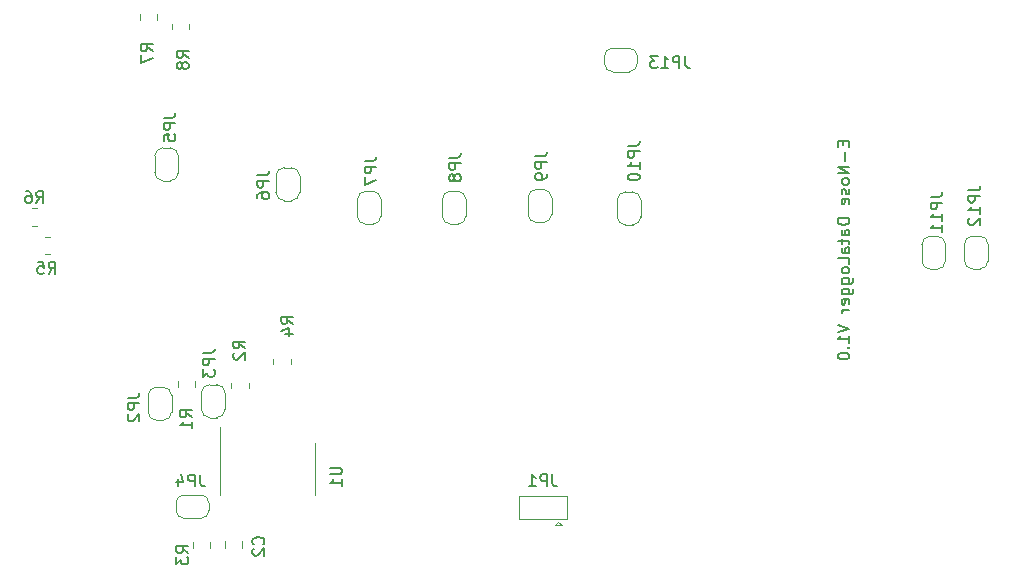
<source format=gbr>
%TF.GenerationSoftware,KiCad,Pcbnew,(5.1.10)-1*%
%TF.CreationDate,2022-02-28T00:28:23+01:00*%
%TF.ProjectId,E-nose,452d6e6f-7365-42e6-9b69-6361645f7063,rev?*%
%TF.SameCoordinates,Original*%
%TF.FileFunction,Legend,Bot*%
%TF.FilePolarity,Positive*%
%FSLAX46Y46*%
G04 Gerber Fmt 4.6, Leading zero omitted, Abs format (unit mm)*
G04 Created by KiCad (PCBNEW (5.1.10)-1) date 2022-02-28 00:28:23*
%MOMM*%
%LPD*%
G01*
G04 APERTURE LIST*
%ADD10C,0.150000*%
%ADD11C,0.120000*%
G04 APERTURE END LIST*
D10*
X174756771Y-74275514D02*
X174756771Y-74608847D01*
X175280580Y-74751704D02*
X175280580Y-74275514D01*
X174280580Y-74275514D01*
X174280580Y-74751704D01*
X174899628Y-75180276D02*
X174899628Y-75942180D01*
X175280580Y-76418371D02*
X174280580Y-76418371D01*
X175280580Y-76989800D01*
X174280580Y-76989800D01*
X175280580Y-77608847D02*
X175232961Y-77513609D01*
X175185342Y-77465990D01*
X175090104Y-77418371D01*
X174804390Y-77418371D01*
X174709152Y-77465990D01*
X174661533Y-77513609D01*
X174613914Y-77608847D01*
X174613914Y-77751704D01*
X174661533Y-77846942D01*
X174709152Y-77894561D01*
X174804390Y-77942180D01*
X175090104Y-77942180D01*
X175185342Y-77894561D01*
X175232961Y-77846942D01*
X175280580Y-77751704D01*
X175280580Y-77608847D01*
X175232961Y-78323133D02*
X175280580Y-78418371D01*
X175280580Y-78608847D01*
X175232961Y-78704085D01*
X175137723Y-78751704D01*
X175090104Y-78751704D01*
X174994866Y-78704085D01*
X174947247Y-78608847D01*
X174947247Y-78465990D01*
X174899628Y-78370752D01*
X174804390Y-78323133D01*
X174756771Y-78323133D01*
X174661533Y-78370752D01*
X174613914Y-78465990D01*
X174613914Y-78608847D01*
X174661533Y-78704085D01*
X175232961Y-79561228D02*
X175280580Y-79465990D01*
X175280580Y-79275514D01*
X175232961Y-79180276D01*
X175137723Y-79132657D01*
X174756771Y-79132657D01*
X174661533Y-79180276D01*
X174613914Y-79275514D01*
X174613914Y-79465990D01*
X174661533Y-79561228D01*
X174756771Y-79608847D01*
X174852009Y-79608847D01*
X174947247Y-79132657D01*
X175280580Y-80799323D02*
X174280580Y-80799323D01*
X174280580Y-81037419D01*
X174328200Y-81180276D01*
X174423438Y-81275514D01*
X174518676Y-81323133D01*
X174709152Y-81370752D01*
X174852009Y-81370752D01*
X175042485Y-81323133D01*
X175137723Y-81275514D01*
X175232961Y-81180276D01*
X175280580Y-81037419D01*
X175280580Y-80799323D01*
X175280580Y-82227895D02*
X174756771Y-82227895D01*
X174661533Y-82180276D01*
X174613914Y-82085038D01*
X174613914Y-81894561D01*
X174661533Y-81799323D01*
X175232961Y-82227895D02*
X175280580Y-82132657D01*
X175280580Y-81894561D01*
X175232961Y-81799323D01*
X175137723Y-81751704D01*
X175042485Y-81751704D01*
X174947247Y-81799323D01*
X174899628Y-81894561D01*
X174899628Y-82132657D01*
X174852009Y-82227895D01*
X174613914Y-82561228D02*
X174613914Y-82942180D01*
X174280580Y-82704085D02*
X175137723Y-82704085D01*
X175232961Y-82751704D01*
X175280580Y-82846942D01*
X175280580Y-82942180D01*
X175280580Y-83704085D02*
X174756771Y-83704085D01*
X174661533Y-83656466D01*
X174613914Y-83561228D01*
X174613914Y-83370752D01*
X174661533Y-83275514D01*
X175232961Y-83704085D02*
X175280580Y-83608847D01*
X175280580Y-83370752D01*
X175232961Y-83275514D01*
X175137723Y-83227895D01*
X175042485Y-83227895D01*
X174947247Y-83275514D01*
X174899628Y-83370752D01*
X174899628Y-83608847D01*
X174852009Y-83704085D01*
X175280580Y-84656466D02*
X175280580Y-84180276D01*
X174280580Y-84180276D01*
X175280580Y-85132657D02*
X175232961Y-85037419D01*
X175185342Y-84989800D01*
X175090104Y-84942180D01*
X174804390Y-84942180D01*
X174709152Y-84989800D01*
X174661533Y-85037419D01*
X174613914Y-85132657D01*
X174613914Y-85275514D01*
X174661533Y-85370752D01*
X174709152Y-85418371D01*
X174804390Y-85465990D01*
X175090104Y-85465990D01*
X175185342Y-85418371D01*
X175232961Y-85370752D01*
X175280580Y-85275514D01*
X175280580Y-85132657D01*
X174613914Y-86323133D02*
X175423438Y-86323133D01*
X175518676Y-86275514D01*
X175566295Y-86227895D01*
X175613914Y-86132657D01*
X175613914Y-85989800D01*
X175566295Y-85894561D01*
X175232961Y-86323133D02*
X175280580Y-86227895D01*
X175280580Y-86037419D01*
X175232961Y-85942180D01*
X175185342Y-85894561D01*
X175090104Y-85846942D01*
X174804390Y-85846942D01*
X174709152Y-85894561D01*
X174661533Y-85942180D01*
X174613914Y-86037419D01*
X174613914Y-86227895D01*
X174661533Y-86323133D01*
X174613914Y-87227895D02*
X175423438Y-87227895D01*
X175518676Y-87180276D01*
X175566295Y-87132657D01*
X175613914Y-87037419D01*
X175613914Y-86894561D01*
X175566295Y-86799323D01*
X175232961Y-87227895D02*
X175280580Y-87132657D01*
X175280580Y-86942180D01*
X175232961Y-86846942D01*
X175185342Y-86799323D01*
X175090104Y-86751704D01*
X174804390Y-86751704D01*
X174709152Y-86799323D01*
X174661533Y-86846942D01*
X174613914Y-86942180D01*
X174613914Y-87132657D01*
X174661533Y-87227895D01*
X175232961Y-88085038D02*
X175280580Y-87989800D01*
X175280580Y-87799323D01*
X175232961Y-87704085D01*
X175137723Y-87656466D01*
X174756771Y-87656466D01*
X174661533Y-87704085D01*
X174613914Y-87799323D01*
X174613914Y-87989800D01*
X174661533Y-88085038D01*
X174756771Y-88132657D01*
X174852009Y-88132657D01*
X174947247Y-87656466D01*
X175280580Y-88561228D02*
X174613914Y-88561228D01*
X174804390Y-88561228D02*
X174709152Y-88608847D01*
X174661533Y-88656466D01*
X174613914Y-88751704D01*
X174613914Y-88846942D01*
X174280580Y-89799323D02*
X175280580Y-90132657D01*
X174280580Y-90465990D01*
X175280580Y-91323133D02*
X175280580Y-90751704D01*
X175280580Y-91037419D02*
X174280580Y-91037419D01*
X174423438Y-90942180D01*
X174518676Y-90846942D01*
X174566295Y-90751704D01*
X175185342Y-91751704D02*
X175232961Y-91799323D01*
X175280580Y-91751704D01*
X175232961Y-91704085D01*
X175185342Y-91751704D01*
X175280580Y-91751704D01*
X174280580Y-92418371D02*
X174280580Y-92513609D01*
X174328200Y-92608847D01*
X174375819Y-92656466D01*
X174471057Y-92704085D01*
X174661533Y-92751704D01*
X174899628Y-92751704D01*
X175090104Y-92704085D01*
X175185342Y-92656466D01*
X175232961Y-92608847D01*
X175280580Y-92513609D01*
X175280580Y-92418371D01*
X175232961Y-92323133D01*
X175185342Y-92275514D01*
X175090104Y-92227895D01*
X174899628Y-92180276D01*
X174661533Y-92180276D01*
X174471057Y-92227895D01*
X174375819Y-92275514D01*
X174328200Y-92323133D01*
X174280580Y-92418371D01*
D11*
%TO.C,JP6*%
X127423900Y-79301800D02*
X128023900Y-79301800D01*
X126723900Y-77201800D02*
X126723900Y-78601800D01*
X128023900Y-76501800D02*
X127423900Y-76501800D01*
X128723900Y-78601800D02*
X128723900Y-77201800D01*
X128023900Y-79301800D02*
G75*
G03*
X128723900Y-78601800I0J700000D01*
G01*
X126723900Y-78601800D02*
G75*
G03*
X127423900Y-79301800I700000J0D01*
G01*
X127423900Y-76501800D02*
G75*
G03*
X126723900Y-77201800I0J-700000D01*
G01*
X128723900Y-77201800D02*
G75*
G03*
X128023900Y-76501800I-700000J0D01*
G01*
%TO.C,JP7*%
X134320000Y-81306100D02*
X134920000Y-81306100D01*
X133620000Y-79206100D02*
X133620000Y-80606100D01*
X134920000Y-78506100D02*
X134320000Y-78506100D01*
X135620000Y-80606100D02*
X135620000Y-79206100D01*
X134920000Y-81306100D02*
G75*
G03*
X135620000Y-80606100I0J700000D01*
G01*
X133620000Y-80606100D02*
G75*
G03*
X134320000Y-81306100I700000J0D01*
G01*
X134320000Y-78506100D02*
G75*
G03*
X133620000Y-79206100I0J-700000D01*
G01*
X135620000Y-79206100D02*
G75*
G03*
X134920000Y-78506100I-700000J0D01*
G01*
%TO.C,JP8*%
X141508200Y-81298000D02*
X142108200Y-81298000D01*
X140808200Y-79198000D02*
X140808200Y-80598000D01*
X142108200Y-78498000D02*
X141508200Y-78498000D01*
X142808200Y-80598000D02*
X142808200Y-79198000D01*
X142108200Y-81298000D02*
G75*
G03*
X142808200Y-80598000I0J700000D01*
G01*
X140808200Y-80598000D02*
G75*
G03*
X141508200Y-81298000I700000J0D01*
G01*
X141508200Y-78498000D02*
G75*
G03*
X140808200Y-79198000I0J-700000D01*
G01*
X142808200Y-79198000D02*
G75*
G03*
X142108200Y-78498000I-700000J0D01*
G01*
%TO.C,JP9*%
X148759900Y-81153700D02*
X149359900Y-81153700D01*
X148059900Y-79053700D02*
X148059900Y-80453700D01*
X149359900Y-78353700D02*
X148759900Y-78353700D01*
X150059900Y-80453700D02*
X150059900Y-79053700D01*
X149359900Y-81153700D02*
G75*
G03*
X150059900Y-80453700I0J700000D01*
G01*
X148059900Y-80453700D02*
G75*
G03*
X148759900Y-81153700I700000J0D01*
G01*
X148759900Y-78353700D02*
G75*
G03*
X148059900Y-79053700I0J-700000D01*
G01*
X150059900Y-79053700D02*
G75*
G03*
X149359900Y-78353700I-700000J0D01*
G01*
%TO.C,JP10*%
X156316400Y-81356900D02*
X156916400Y-81356900D01*
X155616400Y-79256900D02*
X155616400Y-80656900D01*
X156916400Y-78556900D02*
X156316400Y-78556900D01*
X157616400Y-80656900D02*
X157616400Y-79256900D01*
X156916400Y-81356900D02*
G75*
G03*
X157616400Y-80656900I0J700000D01*
G01*
X155616400Y-80656900D02*
G75*
G03*
X156316400Y-81356900I700000J0D01*
G01*
X156316400Y-78556900D02*
G75*
G03*
X155616400Y-79256900I0J-700000D01*
G01*
X157616400Y-79256900D02*
G75*
G03*
X156916400Y-78556900I-700000J0D01*
G01*
%TO.C,JP11*%
X182110100Y-85108000D02*
X182710100Y-85108000D01*
X181410100Y-83008000D02*
X181410100Y-84408000D01*
X182710100Y-82308000D02*
X182110100Y-82308000D01*
X183410100Y-84408000D02*
X183410100Y-83008000D01*
X182710100Y-85108000D02*
G75*
G03*
X183410100Y-84408000I0J700000D01*
G01*
X181410100Y-84408000D02*
G75*
G03*
X182110100Y-85108000I700000J0D01*
G01*
X182110100Y-82308000D02*
G75*
G03*
X181410100Y-83008000I0J-700000D01*
G01*
X183410100Y-83008000D02*
G75*
G03*
X182710100Y-82308000I-700000J0D01*
G01*
%TO.C,R1*%
X118403700Y-95045264D02*
X118403700Y-94591136D01*
X119873700Y-95045264D02*
X119873700Y-94591136D01*
%TO.C,R2*%
X124407600Y-95172264D02*
X124407600Y-94718136D01*
X122937600Y-95172264D02*
X122937600Y-94718136D01*
%TO.C,R3*%
X121131000Y-108227636D02*
X121131000Y-108681764D01*
X119661000Y-108227636D02*
X119661000Y-108681764D01*
%TO.C,R4*%
X127963600Y-93143564D02*
X127963600Y-92689436D01*
X126493600Y-93143564D02*
X126493600Y-92689436D01*
%TO.C,U1*%
X121949000Y-102031800D02*
X121949000Y-98431800D01*
X121949000Y-102031800D02*
X121949000Y-104231800D01*
X130019000Y-102031800D02*
X130019000Y-99831800D01*
X130019000Y-102031800D02*
X130019000Y-104231800D01*
%TO.C,JP1*%
X151368500Y-104283000D02*
X147268500Y-104283000D01*
X147268500Y-104283000D02*
X147268500Y-106283000D01*
X147268500Y-106283000D02*
X151368500Y-106283000D01*
X151368500Y-106283000D02*
X151368500Y-104283000D01*
X150618500Y-106483000D02*
X150918500Y-106783000D01*
X150918500Y-106783000D02*
X150318500Y-106783000D01*
X150618500Y-106483000D02*
X150318500Y-106783000D01*
%TO.C,JP3*%
X121112000Y-97678700D02*
X121712000Y-97678700D01*
X120412000Y-95578700D02*
X120412000Y-96978700D01*
X121712000Y-94878700D02*
X121112000Y-94878700D01*
X122412000Y-96978700D02*
X122412000Y-95578700D01*
X121712000Y-97678700D02*
G75*
G03*
X122412000Y-96978700I0J700000D01*
G01*
X120412000Y-96978700D02*
G75*
G03*
X121112000Y-97678700I700000J0D01*
G01*
X121112000Y-94878700D02*
G75*
G03*
X120412000Y-95578700I0J-700000D01*
G01*
X122412000Y-95578700D02*
G75*
G03*
X121712000Y-94878700I-700000J0D01*
G01*
%TO.C,JP4*%
X118957100Y-106206800D02*
X120357100Y-106206800D01*
X121057100Y-105506800D02*
X121057100Y-104906800D01*
X120357100Y-104206800D02*
X118957100Y-104206800D01*
X118257100Y-104906800D02*
X118257100Y-105506800D01*
X120357100Y-106206800D02*
G75*
G03*
X121057100Y-105506800I0J700000D01*
G01*
X121057100Y-104906800D02*
G75*
G03*
X120357100Y-104206800I-700000J0D01*
G01*
X118957100Y-104206800D02*
G75*
G03*
X118257100Y-104906800I0J-700000D01*
G01*
X118257100Y-105506800D02*
G75*
G03*
X118957100Y-106206800I700000J0D01*
G01*
%TO.C,JP2*%
X115890800Y-95792300D02*
X115890800Y-97192300D01*
X116590800Y-97892300D02*
X117190800Y-97892300D01*
X117890800Y-97192300D02*
X117890800Y-95792300D01*
X117190800Y-95092300D02*
X116590800Y-95092300D01*
X115890800Y-97192300D02*
G75*
G03*
X116590800Y-97892300I700000J0D01*
G01*
X117190800Y-97892300D02*
G75*
G03*
X117890800Y-97192300I0J700000D01*
G01*
X117890800Y-95792300D02*
G75*
G03*
X117190800Y-95092300I-700000J0D01*
G01*
X116590800Y-95092300D02*
G75*
G03*
X115890800Y-95792300I0J-700000D01*
G01*
%TO.C,R5*%
X107621564Y-83843800D02*
X107167436Y-83843800D01*
X107621564Y-82373800D02*
X107167436Y-82373800D01*
%TO.C,R6*%
X106491264Y-79960800D02*
X106037136Y-79960800D01*
X106491264Y-81430800D02*
X106037136Y-81430800D01*
%TO.C,C2*%
X123886900Y-108158648D02*
X123886900Y-108681152D01*
X122416900Y-108158648D02*
X122416900Y-108681152D01*
%TO.C,JP5*%
X117162300Y-77627700D02*
X117762300Y-77627700D01*
X116462300Y-75527700D02*
X116462300Y-76927700D01*
X117762300Y-74827700D02*
X117162300Y-74827700D01*
X118462300Y-76927700D02*
X118462300Y-75527700D01*
X118462300Y-75527700D02*
G75*
G03*
X117762300Y-74827700I-700000J0D01*
G01*
X117162300Y-74827700D02*
G75*
G03*
X116462300Y-75527700I0J-700000D01*
G01*
X116462300Y-76927700D02*
G75*
G03*
X117162300Y-77627700I700000J0D01*
G01*
X117762300Y-77627700D02*
G75*
G03*
X118462300Y-76927700I0J700000D01*
G01*
%TO.C,JP13*%
X154528300Y-67086200D02*
X154528300Y-67686200D01*
X156628300Y-66386200D02*
X155228300Y-66386200D01*
X157328300Y-67686200D02*
X157328300Y-67086200D01*
X155228300Y-68386200D02*
X156628300Y-68386200D01*
X156628300Y-68386200D02*
G75*
G03*
X157328300Y-67686200I0J700000D01*
G01*
X157328300Y-67086200D02*
G75*
G03*
X156628300Y-66386200I-700000J0D01*
G01*
X155228300Y-66386200D02*
G75*
G03*
X154528300Y-67086200I0J-700000D01*
G01*
X154528300Y-67686200D02*
G75*
G03*
X155228300Y-68386200I700000J0D01*
G01*
%TO.C,JP12*%
X187016900Y-84393000D02*
X187016900Y-82993000D01*
X186316900Y-82293000D02*
X185716900Y-82293000D01*
X185016900Y-82993000D02*
X185016900Y-84393000D01*
X185716900Y-85093000D02*
X186316900Y-85093000D01*
X187016900Y-82993000D02*
G75*
G03*
X186316900Y-82293000I-700000J0D01*
G01*
X185716900Y-82293000D02*
G75*
G03*
X185016900Y-82993000I0J-700000D01*
G01*
X185016900Y-84393000D02*
G75*
G03*
X185716900Y-85093000I700000J0D01*
G01*
X186316900Y-85093000D02*
G75*
G03*
X187016900Y-84393000I0J700000D01*
G01*
%TO.C,R7*%
X116673300Y-63539636D02*
X116673300Y-63993764D01*
X115203300Y-63539636D02*
X115203300Y-63993764D01*
%TO.C,R8*%
X117908400Y-64314336D02*
X117908400Y-64768464D01*
X119378400Y-64314336D02*
X119378400Y-64768464D01*
%TO.C,JP6*%
D10*
X125144280Y-77144666D02*
X125858566Y-77144666D01*
X126001423Y-77097047D01*
X126096661Y-77001809D01*
X126144280Y-76858952D01*
X126144280Y-76763714D01*
X126144280Y-77620857D02*
X125144280Y-77620857D01*
X125144280Y-78001809D01*
X125191900Y-78097047D01*
X125239519Y-78144666D01*
X125334757Y-78192285D01*
X125477614Y-78192285D01*
X125572852Y-78144666D01*
X125620471Y-78097047D01*
X125668090Y-78001809D01*
X125668090Y-77620857D01*
X125144280Y-79049428D02*
X125144280Y-78858952D01*
X125191900Y-78763714D01*
X125239519Y-78716095D01*
X125382376Y-78620857D01*
X125572852Y-78573238D01*
X125953804Y-78573238D01*
X126049042Y-78620857D01*
X126096661Y-78668476D01*
X126144280Y-78763714D01*
X126144280Y-78954190D01*
X126096661Y-79049428D01*
X126049042Y-79097047D01*
X125953804Y-79144666D01*
X125715709Y-79144666D01*
X125620471Y-79097047D01*
X125572852Y-79049428D01*
X125525233Y-78954190D01*
X125525233Y-78763714D01*
X125572852Y-78668476D01*
X125620471Y-78620857D01*
X125715709Y-78573238D01*
%TO.C,JP7*%
X134237480Y-75950866D02*
X134951766Y-75950866D01*
X135094623Y-75903247D01*
X135189861Y-75808009D01*
X135237480Y-75665152D01*
X135237480Y-75569914D01*
X135237480Y-76427057D02*
X134237480Y-76427057D01*
X134237480Y-76808009D01*
X134285100Y-76903247D01*
X134332719Y-76950866D01*
X134427957Y-76998485D01*
X134570814Y-76998485D01*
X134666052Y-76950866D01*
X134713671Y-76903247D01*
X134761290Y-76808009D01*
X134761290Y-76427057D01*
X134237480Y-77331819D02*
X134237480Y-77998485D01*
X135237480Y-77569914D01*
%TO.C,JP8*%
X141374880Y-75658766D02*
X142089166Y-75658766D01*
X142232023Y-75611147D01*
X142327261Y-75515909D01*
X142374880Y-75373052D01*
X142374880Y-75277814D01*
X142374880Y-76134957D02*
X141374880Y-76134957D01*
X141374880Y-76515909D01*
X141422500Y-76611147D01*
X141470119Y-76658766D01*
X141565357Y-76706385D01*
X141708214Y-76706385D01*
X141803452Y-76658766D01*
X141851071Y-76611147D01*
X141898690Y-76515909D01*
X141898690Y-76134957D01*
X141803452Y-77277814D02*
X141755833Y-77182576D01*
X141708214Y-77134957D01*
X141612976Y-77087338D01*
X141565357Y-77087338D01*
X141470119Y-77134957D01*
X141422500Y-77182576D01*
X141374880Y-77277814D01*
X141374880Y-77468290D01*
X141422500Y-77563528D01*
X141470119Y-77611147D01*
X141565357Y-77658766D01*
X141612976Y-77658766D01*
X141708214Y-77611147D01*
X141755833Y-77563528D01*
X141803452Y-77468290D01*
X141803452Y-77277814D01*
X141851071Y-77182576D01*
X141898690Y-77134957D01*
X141993928Y-77087338D01*
X142184404Y-77087338D01*
X142279642Y-77134957D01*
X142327261Y-77182576D01*
X142374880Y-77277814D01*
X142374880Y-77468290D01*
X142327261Y-77563528D01*
X142279642Y-77611147D01*
X142184404Y-77658766D01*
X141993928Y-77658766D01*
X141898690Y-77611147D01*
X141851071Y-77563528D01*
X141803452Y-77468290D01*
%TO.C,JP9*%
X148664680Y-75557166D02*
X149378966Y-75557166D01*
X149521823Y-75509547D01*
X149617061Y-75414309D01*
X149664680Y-75271452D01*
X149664680Y-75176214D01*
X149664680Y-76033357D02*
X148664680Y-76033357D01*
X148664680Y-76414309D01*
X148712300Y-76509547D01*
X148759919Y-76557166D01*
X148855157Y-76604785D01*
X148998014Y-76604785D01*
X149093252Y-76557166D01*
X149140871Y-76509547D01*
X149188490Y-76414309D01*
X149188490Y-76033357D01*
X149664680Y-77080976D02*
X149664680Y-77271452D01*
X149617061Y-77366690D01*
X149569442Y-77414309D01*
X149426585Y-77509547D01*
X149236109Y-77557166D01*
X148855157Y-77557166D01*
X148759919Y-77509547D01*
X148712300Y-77461928D01*
X148664680Y-77366690D01*
X148664680Y-77176214D01*
X148712300Y-77080976D01*
X148759919Y-77033357D01*
X148855157Y-76985738D01*
X149093252Y-76985738D01*
X149188490Y-77033357D01*
X149236109Y-77080976D01*
X149283728Y-77176214D01*
X149283728Y-77366690D01*
X149236109Y-77461928D01*
X149188490Y-77509547D01*
X149093252Y-77557166D01*
%TO.C,JP10*%
X156513280Y-74636476D02*
X157227566Y-74636476D01*
X157370423Y-74588857D01*
X157465661Y-74493619D01*
X157513280Y-74350761D01*
X157513280Y-74255523D01*
X157513280Y-75112666D02*
X156513280Y-75112666D01*
X156513280Y-75493619D01*
X156560900Y-75588857D01*
X156608519Y-75636476D01*
X156703757Y-75684095D01*
X156846614Y-75684095D01*
X156941852Y-75636476D01*
X156989471Y-75588857D01*
X157037090Y-75493619D01*
X157037090Y-75112666D01*
X157513280Y-76636476D02*
X157513280Y-76065047D01*
X157513280Y-76350761D02*
X156513280Y-76350761D01*
X156656138Y-76255523D01*
X156751376Y-76160285D01*
X156798995Y-76065047D01*
X156513280Y-77255523D02*
X156513280Y-77350761D01*
X156560900Y-77446000D01*
X156608519Y-77493619D01*
X156703757Y-77541238D01*
X156894233Y-77588857D01*
X157132328Y-77588857D01*
X157322804Y-77541238D01*
X157418042Y-77493619D01*
X157465661Y-77446000D01*
X157513280Y-77350761D01*
X157513280Y-77255523D01*
X157465661Y-77160285D01*
X157418042Y-77112666D01*
X157322804Y-77065047D01*
X157132328Y-77017428D01*
X156894233Y-77017428D01*
X156703757Y-77065047D01*
X156608519Y-77112666D01*
X156560900Y-77160285D01*
X156513280Y-77255523D01*
%TO.C,JP11*%
X182154580Y-78992576D02*
X182868866Y-78992576D01*
X183011723Y-78944957D01*
X183106961Y-78849719D01*
X183154580Y-78706861D01*
X183154580Y-78611623D01*
X183154580Y-79468766D02*
X182154580Y-79468766D01*
X182154580Y-79849719D01*
X182202200Y-79944957D01*
X182249819Y-79992576D01*
X182345057Y-80040195D01*
X182487914Y-80040195D01*
X182583152Y-79992576D01*
X182630771Y-79944957D01*
X182678390Y-79849719D01*
X182678390Y-79468766D01*
X183154580Y-80992576D02*
X183154580Y-80421147D01*
X183154580Y-80706861D02*
X182154580Y-80706861D01*
X182297438Y-80611623D01*
X182392676Y-80516385D01*
X182440295Y-80421147D01*
X183154580Y-81944957D02*
X183154580Y-81373528D01*
X183154580Y-81659242D02*
X182154580Y-81659242D01*
X182297438Y-81564004D01*
X182392676Y-81468766D01*
X182440295Y-81373528D01*
%TO.C,R1*%
X119591080Y-97636033D02*
X119114890Y-97302700D01*
X119591080Y-97064604D02*
X118591080Y-97064604D01*
X118591080Y-97445557D01*
X118638700Y-97540795D01*
X118686319Y-97588414D01*
X118781557Y-97636033D01*
X118924414Y-97636033D01*
X119019652Y-97588414D01*
X119067271Y-97540795D01*
X119114890Y-97445557D01*
X119114890Y-97064604D01*
X119591080Y-98588414D02*
X119591080Y-98016985D01*
X119591080Y-98302700D02*
X118591080Y-98302700D01*
X118733938Y-98207461D01*
X118829176Y-98112223D01*
X118876795Y-98016985D01*
%TO.C,R2*%
X124112280Y-91806733D02*
X123636090Y-91473400D01*
X124112280Y-91235304D02*
X123112280Y-91235304D01*
X123112280Y-91616257D01*
X123159900Y-91711495D01*
X123207519Y-91759114D01*
X123302757Y-91806733D01*
X123445614Y-91806733D01*
X123540852Y-91759114D01*
X123588471Y-91711495D01*
X123636090Y-91616257D01*
X123636090Y-91235304D01*
X123207519Y-92187685D02*
X123159900Y-92235304D01*
X123112280Y-92330542D01*
X123112280Y-92568638D01*
X123159900Y-92663876D01*
X123207519Y-92711495D01*
X123302757Y-92759114D01*
X123397995Y-92759114D01*
X123540852Y-92711495D01*
X124112280Y-92140066D01*
X124112280Y-92759114D01*
%TO.C,R3*%
X119298980Y-109142233D02*
X118822790Y-108808900D01*
X119298980Y-108570804D02*
X118298980Y-108570804D01*
X118298980Y-108951757D01*
X118346600Y-109046995D01*
X118394219Y-109094614D01*
X118489457Y-109142233D01*
X118632314Y-109142233D01*
X118727552Y-109094614D01*
X118775171Y-109046995D01*
X118822790Y-108951757D01*
X118822790Y-108570804D01*
X118298980Y-109475566D02*
X118298980Y-110094614D01*
X118679933Y-109761280D01*
X118679933Y-109904138D01*
X118727552Y-109999376D01*
X118775171Y-110046995D01*
X118870409Y-110094614D01*
X119108504Y-110094614D01*
X119203742Y-110046995D01*
X119251361Y-109999376D01*
X119298980Y-109904138D01*
X119298980Y-109618423D01*
X119251361Y-109523185D01*
X119203742Y-109475566D01*
%TO.C,R4*%
X128163580Y-89723933D02*
X127687390Y-89390600D01*
X128163580Y-89152504D02*
X127163580Y-89152504D01*
X127163580Y-89533457D01*
X127211200Y-89628695D01*
X127258819Y-89676314D01*
X127354057Y-89723933D01*
X127496914Y-89723933D01*
X127592152Y-89676314D01*
X127639771Y-89628695D01*
X127687390Y-89533457D01*
X127687390Y-89152504D01*
X127496914Y-90581076D02*
X128163580Y-90581076D01*
X127115961Y-90342980D02*
X127830247Y-90104885D01*
X127830247Y-90723933D01*
%TO.C,U1*%
X131291080Y-101904895D02*
X132100604Y-101904895D01*
X132195842Y-101952514D01*
X132243461Y-102000133D01*
X132291080Y-102095371D01*
X132291080Y-102285847D01*
X132243461Y-102381085D01*
X132195842Y-102428704D01*
X132100604Y-102476323D01*
X131291080Y-102476323D01*
X132291080Y-103476323D02*
X132291080Y-102904895D01*
X132291080Y-103190609D02*
X131291080Y-103190609D01*
X131433938Y-103095371D01*
X131529176Y-103000133D01*
X131576795Y-102904895D01*
%TO.C,JP1*%
X150134533Y-102487480D02*
X150134533Y-103201766D01*
X150182152Y-103344623D01*
X150277390Y-103439861D01*
X150420247Y-103487480D01*
X150515485Y-103487480D01*
X149658342Y-103487480D02*
X149658342Y-102487480D01*
X149277390Y-102487480D01*
X149182152Y-102535100D01*
X149134533Y-102582719D01*
X149086914Y-102677957D01*
X149086914Y-102820814D01*
X149134533Y-102916052D01*
X149182152Y-102963671D01*
X149277390Y-103011290D01*
X149658342Y-103011290D01*
X148134533Y-103487480D02*
X148705961Y-103487480D01*
X148420247Y-103487480D02*
X148420247Y-102487480D01*
X148515485Y-102630338D01*
X148610723Y-102725576D01*
X148705961Y-102773195D01*
%TO.C,JP3*%
X120534180Y-92206866D02*
X121248466Y-92206866D01*
X121391323Y-92159247D01*
X121486561Y-92064009D01*
X121534180Y-91921152D01*
X121534180Y-91825914D01*
X121534180Y-92683057D02*
X120534180Y-92683057D01*
X120534180Y-93064009D01*
X120581800Y-93159247D01*
X120629419Y-93206866D01*
X120724657Y-93254485D01*
X120867514Y-93254485D01*
X120962752Y-93206866D01*
X121010371Y-93159247D01*
X121057990Y-93064009D01*
X121057990Y-92683057D01*
X120534180Y-93587819D02*
X120534180Y-94206866D01*
X120915133Y-93873533D01*
X120915133Y-94016390D01*
X120962752Y-94111628D01*
X121010371Y-94159247D01*
X121105609Y-94206866D01*
X121343704Y-94206866D01*
X121438942Y-94159247D01*
X121486561Y-94111628D01*
X121534180Y-94016390D01*
X121534180Y-93730676D01*
X121486561Y-93635438D01*
X121438942Y-93587819D01*
%TO.C,JP4*%
X120314933Y-102500180D02*
X120314933Y-103214466D01*
X120362552Y-103357323D01*
X120457790Y-103452561D01*
X120600647Y-103500180D01*
X120695885Y-103500180D01*
X119838742Y-103500180D02*
X119838742Y-102500180D01*
X119457790Y-102500180D01*
X119362552Y-102547800D01*
X119314933Y-102595419D01*
X119267314Y-102690657D01*
X119267314Y-102833514D01*
X119314933Y-102928752D01*
X119362552Y-102976371D01*
X119457790Y-103023990D01*
X119838742Y-103023990D01*
X118410171Y-102833514D02*
X118410171Y-103500180D01*
X118648266Y-102452561D02*
X118886361Y-103166847D01*
X118267314Y-103166847D01*
%TO.C,JP2*%
X114171480Y-95978766D02*
X114885766Y-95978766D01*
X115028623Y-95931147D01*
X115123861Y-95835909D01*
X115171480Y-95693052D01*
X115171480Y-95597814D01*
X115171480Y-96454957D02*
X114171480Y-96454957D01*
X114171480Y-96835909D01*
X114219100Y-96931147D01*
X114266719Y-96978766D01*
X114361957Y-97026385D01*
X114504814Y-97026385D01*
X114600052Y-96978766D01*
X114647671Y-96931147D01*
X114695290Y-96835909D01*
X114695290Y-96454957D01*
X114266719Y-97407338D02*
X114219100Y-97454957D01*
X114171480Y-97550195D01*
X114171480Y-97788290D01*
X114219100Y-97883528D01*
X114266719Y-97931147D01*
X114361957Y-97978766D01*
X114457195Y-97978766D01*
X114600052Y-97931147D01*
X115171480Y-97359719D01*
X115171480Y-97978766D01*
%TO.C,R5*%
X107468966Y-85491580D02*
X107802300Y-85015390D01*
X108040395Y-85491580D02*
X108040395Y-84491580D01*
X107659442Y-84491580D01*
X107564204Y-84539200D01*
X107516585Y-84586819D01*
X107468966Y-84682057D01*
X107468966Y-84824914D01*
X107516585Y-84920152D01*
X107564204Y-84967771D01*
X107659442Y-85015390D01*
X108040395Y-85015390D01*
X106564204Y-84491580D02*
X107040395Y-84491580D01*
X107088014Y-84967771D01*
X107040395Y-84920152D01*
X106945157Y-84872533D01*
X106707061Y-84872533D01*
X106611823Y-84920152D01*
X106564204Y-84967771D01*
X106516585Y-85063009D01*
X106516585Y-85301104D01*
X106564204Y-85396342D01*
X106611823Y-85443961D01*
X106707061Y-85491580D01*
X106945157Y-85491580D01*
X107040395Y-85443961D01*
X107088014Y-85396342D01*
%TO.C,R6*%
X106430866Y-79498180D02*
X106764200Y-79021990D01*
X107002295Y-79498180D02*
X107002295Y-78498180D01*
X106621342Y-78498180D01*
X106526104Y-78545800D01*
X106478485Y-78593419D01*
X106430866Y-78688657D01*
X106430866Y-78831514D01*
X106478485Y-78926752D01*
X106526104Y-78974371D01*
X106621342Y-79021990D01*
X107002295Y-79021990D01*
X105573723Y-78498180D02*
X105764200Y-78498180D01*
X105859438Y-78545800D01*
X105907057Y-78593419D01*
X106002295Y-78736276D01*
X106049914Y-78926752D01*
X106049914Y-79307704D01*
X106002295Y-79402942D01*
X105954676Y-79450561D01*
X105859438Y-79498180D01*
X105668961Y-79498180D01*
X105573723Y-79450561D01*
X105526104Y-79402942D01*
X105478485Y-79307704D01*
X105478485Y-79069609D01*
X105526104Y-78974371D01*
X105573723Y-78926752D01*
X105668961Y-78879133D01*
X105859438Y-78879133D01*
X105954676Y-78926752D01*
X106002295Y-78974371D01*
X106049914Y-79069609D01*
%TO.C,C2*%
X125642642Y-108405633D02*
X125690261Y-108358014D01*
X125737880Y-108215157D01*
X125737880Y-108119919D01*
X125690261Y-107977061D01*
X125595023Y-107881823D01*
X125499785Y-107834204D01*
X125309309Y-107786585D01*
X125166452Y-107786585D01*
X124975976Y-107834204D01*
X124880738Y-107881823D01*
X124785500Y-107977061D01*
X124737880Y-108119919D01*
X124737880Y-108215157D01*
X124785500Y-108358014D01*
X124833119Y-108405633D01*
X124833119Y-108786585D02*
X124785500Y-108834204D01*
X124737880Y-108929442D01*
X124737880Y-109167538D01*
X124785500Y-109262776D01*
X124833119Y-109310395D01*
X124928357Y-109358014D01*
X125023595Y-109358014D01*
X125166452Y-109310395D01*
X125737880Y-108738966D01*
X125737880Y-109358014D01*
%TO.C,JP5*%
X117219480Y-72267866D02*
X117933766Y-72267866D01*
X118076623Y-72220247D01*
X118171861Y-72125009D01*
X118219480Y-71982152D01*
X118219480Y-71886914D01*
X118219480Y-72744057D02*
X117219480Y-72744057D01*
X117219480Y-73125009D01*
X117267100Y-73220247D01*
X117314719Y-73267866D01*
X117409957Y-73315485D01*
X117552814Y-73315485D01*
X117648052Y-73267866D01*
X117695671Y-73220247D01*
X117743290Y-73125009D01*
X117743290Y-72744057D01*
X117219480Y-74220247D02*
X117219480Y-73744057D01*
X117695671Y-73696438D01*
X117648052Y-73744057D01*
X117600433Y-73839295D01*
X117600433Y-74077390D01*
X117648052Y-74172628D01*
X117695671Y-74220247D01*
X117790909Y-74267866D01*
X118029004Y-74267866D01*
X118124242Y-74220247D01*
X118171861Y-74172628D01*
X118219480Y-74077390D01*
X118219480Y-73839295D01*
X118171861Y-73744057D01*
X118124242Y-73696438D01*
%TO.C,JP13*%
X161367623Y-67067180D02*
X161367623Y-67781466D01*
X161415242Y-67924323D01*
X161510480Y-68019561D01*
X161653338Y-68067180D01*
X161748576Y-68067180D01*
X160891433Y-68067180D02*
X160891433Y-67067180D01*
X160510480Y-67067180D01*
X160415242Y-67114800D01*
X160367623Y-67162419D01*
X160320004Y-67257657D01*
X160320004Y-67400514D01*
X160367623Y-67495752D01*
X160415242Y-67543371D01*
X160510480Y-67590990D01*
X160891433Y-67590990D01*
X159367623Y-68067180D02*
X159939052Y-68067180D01*
X159653338Y-68067180D02*
X159653338Y-67067180D01*
X159748576Y-67210038D01*
X159843814Y-67305276D01*
X159939052Y-67352895D01*
X159034290Y-67067180D02*
X158415242Y-67067180D01*
X158748576Y-67448133D01*
X158605719Y-67448133D01*
X158510480Y-67495752D01*
X158462861Y-67543371D01*
X158415242Y-67638609D01*
X158415242Y-67876704D01*
X158462861Y-67971942D01*
X158510480Y-68019561D01*
X158605719Y-68067180D01*
X158891433Y-68067180D01*
X158986671Y-68019561D01*
X159034290Y-67971942D01*
%TO.C,JP12*%
X185354980Y-78421076D02*
X186069266Y-78421076D01*
X186212123Y-78373457D01*
X186307361Y-78278219D01*
X186354980Y-78135361D01*
X186354980Y-78040123D01*
X186354980Y-78897266D02*
X185354980Y-78897266D01*
X185354980Y-79278219D01*
X185402600Y-79373457D01*
X185450219Y-79421076D01*
X185545457Y-79468695D01*
X185688314Y-79468695D01*
X185783552Y-79421076D01*
X185831171Y-79373457D01*
X185878790Y-79278219D01*
X185878790Y-78897266D01*
X186354980Y-80421076D02*
X186354980Y-79849647D01*
X186354980Y-80135361D02*
X185354980Y-80135361D01*
X185497838Y-80040123D01*
X185593076Y-79944885D01*
X185640695Y-79849647D01*
X185450219Y-80802028D02*
X185402600Y-80849647D01*
X185354980Y-80944885D01*
X185354980Y-81182980D01*
X185402600Y-81278219D01*
X185450219Y-81325838D01*
X185545457Y-81373457D01*
X185640695Y-81373457D01*
X185783552Y-81325838D01*
X186354980Y-80754409D01*
X186354980Y-81373457D01*
%TO.C,R7*%
X116276380Y-66648033D02*
X115800190Y-66314700D01*
X116276380Y-66076604D02*
X115276380Y-66076604D01*
X115276380Y-66457557D01*
X115324000Y-66552795D01*
X115371619Y-66600414D01*
X115466857Y-66648033D01*
X115609714Y-66648033D01*
X115704952Y-66600414D01*
X115752571Y-66552795D01*
X115800190Y-66457557D01*
X115800190Y-66076604D01*
X115276380Y-66981366D02*
X115276380Y-67648033D01*
X116276380Y-67219461D01*
%TO.C,R8*%
X119324380Y-67206833D02*
X118848190Y-66873500D01*
X119324380Y-66635404D02*
X118324380Y-66635404D01*
X118324380Y-67016357D01*
X118372000Y-67111595D01*
X118419619Y-67159214D01*
X118514857Y-67206833D01*
X118657714Y-67206833D01*
X118752952Y-67159214D01*
X118800571Y-67111595D01*
X118848190Y-67016357D01*
X118848190Y-66635404D01*
X118752952Y-67778261D02*
X118705333Y-67683023D01*
X118657714Y-67635404D01*
X118562476Y-67587785D01*
X118514857Y-67587785D01*
X118419619Y-67635404D01*
X118372000Y-67683023D01*
X118324380Y-67778261D01*
X118324380Y-67968738D01*
X118372000Y-68063976D01*
X118419619Y-68111595D01*
X118514857Y-68159214D01*
X118562476Y-68159214D01*
X118657714Y-68111595D01*
X118705333Y-68063976D01*
X118752952Y-67968738D01*
X118752952Y-67778261D01*
X118800571Y-67683023D01*
X118848190Y-67635404D01*
X118943428Y-67587785D01*
X119133904Y-67587785D01*
X119229142Y-67635404D01*
X119276761Y-67683023D01*
X119324380Y-67778261D01*
X119324380Y-67968738D01*
X119276761Y-68063976D01*
X119229142Y-68111595D01*
X119133904Y-68159214D01*
X118943428Y-68159214D01*
X118848190Y-68111595D01*
X118800571Y-68063976D01*
X118752952Y-67968738D01*
%TD*%
M02*

</source>
